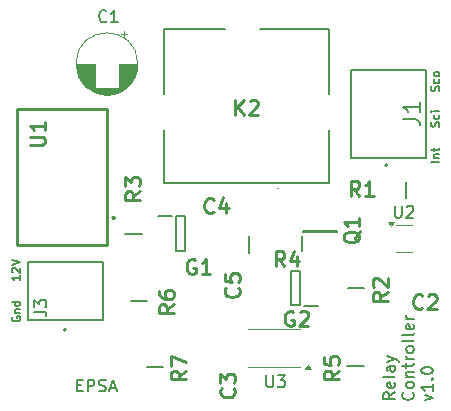
<source format=gbr>
%TF.GenerationSoftware,KiCad,Pcbnew,8.0.2*%
%TF.CreationDate,2024-06-16T16:48:04+02:00*%
%TF.ProjectId,Discharge Controller,44697363-6861-4726-9765-20436f6e7472,rev?*%
%TF.SameCoordinates,Original*%
%TF.FileFunction,Legend,Top*%
%TF.FilePolarity,Positive*%
%FSLAX46Y46*%
G04 Gerber Fmt 4.6, Leading zero omitted, Abs format (unit mm)*
G04 Created by KiCad (PCBNEW 8.0.2) date 2024-06-16 16:48:04*
%MOMM*%
%LPD*%
G01*
G04 APERTURE LIST*
%ADD10C,0.175000*%
%ADD11C,0.150000*%
%ADD12C,0.254000*%
%ADD13C,0.200000*%
%ADD14C,0.053000*%
%ADD15C,0.120000*%
%ADD16C,0.127000*%
G04 APERTURE END LIST*
D10*
X187405233Y-64718202D02*
X186705233Y-64718202D01*
X186938566Y-64384869D02*
X187405233Y-64384869D01*
X187005233Y-64384869D02*
X186971900Y-64351536D01*
X186971900Y-64351536D02*
X186938566Y-64284869D01*
X186938566Y-64284869D02*
X186938566Y-64184869D01*
X186938566Y-64184869D02*
X186971900Y-64118202D01*
X186971900Y-64118202D02*
X187038566Y-64084869D01*
X187038566Y-64084869D02*
X187405233Y-64084869D01*
X186938566Y-63851536D02*
X186938566Y-63584869D01*
X186705233Y-63751536D02*
X187305233Y-63751536D01*
X187305233Y-63751536D02*
X187371900Y-63718203D01*
X187371900Y-63718203D02*
X187405233Y-63651536D01*
X187405233Y-63651536D02*
X187405233Y-63584869D01*
X187371900Y-61751535D02*
X187405233Y-61651535D01*
X187405233Y-61651535D02*
X187405233Y-61484869D01*
X187405233Y-61484869D02*
X187371900Y-61418202D01*
X187371900Y-61418202D02*
X187338566Y-61384869D01*
X187338566Y-61384869D02*
X187271900Y-61351535D01*
X187271900Y-61351535D02*
X187205233Y-61351535D01*
X187205233Y-61351535D02*
X187138566Y-61384869D01*
X187138566Y-61384869D02*
X187105233Y-61418202D01*
X187105233Y-61418202D02*
X187071900Y-61484869D01*
X187071900Y-61484869D02*
X187038566Y-61618202D01*
X187038566Y-61618202D02*
X187005233Y-61684869D01*
X187005233Y-61684869D02*
X186971900Y-61718202D01*
X186971900Y-61718202D02*
X186905233Y-61751535D01*
X186905233Y-61751535D02*
X186838566Y-61751535D01*
X186838566Y-61751535D02*
X186771900Y-61718202D01*
X186771900Y-61718202D02*
X186738566Y-61684869D01*
X186738566Y-61684869D02*
X186705233Y-61618202D01*
X186705233Y-61618202D02*
X186705233Y-61451535D01*
X186705233Y-61451535D02*
X186738566Y-61351535D01*
X187371900Y-60751535D02*
X187405233Y-60818202D01*
X187405233Y-60818202D02*
X187405233Y-60951535D01*
X187405233Y-60951535D02*
X187371900Y-61018202D01*
X187371900Y-61018202D02*
X187338566Y-61051535D01*
X187338566Y-61051535D02*
X187271900Y-61084868D01*
X187271900Y-61084868D02*
X187071900Y-61084868D01*
X187071900Y-61084868D02*
X187005233Y-61051535D01*
X187005233Y-61051535D02*
X186971900Y-61018202D01*
X186971900Y-61018202D02*
X186938566Y-60951535D01*
X186938566Y-60951535D02*
X186938566Y-60818202D01*
X186938566Y-60818202D02*
X186971900Y-60751535D01*
X187405233Y-60451535D02*
X186938566Y-60451535D01*
X186705233Y-60451535D02*
X186738566Y-60484868D01*
X186738566Y-60484868D02*
X186771900Y-60451535D01*
X186771900Y-60451535D02*
X186738566Y-60418202D01*
X186738566Y-60418202D02*
X186705233Y-60451535D01*
X186705233Y-60451535D02*
X186771900Y-60451535D01*
X151905233Y-74351535D02*
X151905233Y-74751535D01*
X151905233Y-74551535D02*
X151205233Y-74551535D01*
X151205233Y-74551535D02*
X151305233Y-74618202D01*
X151305233Y-74618202D02*
X151371900Y-74684869D01*
X151371900Y-74684869D02*
X151405233Y-74751535D01*
X151271900Y-74084868D02*
X151238566Y-74051535D01*
X151238566Y-74051535D02*
X151205233Y-73984868D01*
X151205233Y-73984868D02*
X151205233Y-73818202D01*
X151205233Y-73818202D02*
X151238566Y-73751535D01*
X151238566Y-73751535D02*
X151271900Y-73718202D01*
X151271900Y-73718202D02*
X151338566Y-73684868D01*
X151338566Y-73684868D02*
X151405233Y-73684868D01*
X151405233Y-73684868D02*
X151505233Y-73718202D01*
X151505233Y-73718202D02*
X151905233Y-74118202D01*
X151905233Y-74118202D02*
X151905233Y-73684868D01*
X151205233Y-73484868D02*
X151905233Y-73251535D01*
X151905233Y-73251535D02*
X151205233Y-73018201D01*
X151238566Y-77851535D02*
X151205233Y-77918202D01*
X151205233Y-77918202D02*
X151205233Y-78018202D01*
X151205233Y-78018202D02*
X151238566Y-78118202D01*
X151238566Y-78118202D02*
X151305233Y-78184869D01*
X151305233Y-78184869D02*
X151371900Y-78218202D01*
X151371900Y-78218202D02*
X151505233Y-78251535D01*
X151505233Y-78251535D02*
X151605233Y-78251535D01*
X151605233Y-78251535D02*
X151738566Y-78218202D01*
X151738566Y-78218202D02*
X151805233Y-78184869D01*
X151805233Y-78184869D02*
X151871900Y-78118202D01*
X151871900Y-78118202D02*
X151905233Y-78018202D01*
X151905233Y-78018202D02*
X151905233Y-77951535D01*
X151905233Y-77951535D02*
X151871900Y-77851535D01*
X151871900Y-77851535D02*
X151838566Y-77818202D01*
X151838566Y-77818202D02*
X151605233Y-77818202D01*
X151605233Y-77818202D02*
X151605233Y-77951535D01*
X151438566Y-77518202D02*
X151905233Y-77518202D01*
X151505233Y-77518202D02*
X151471900Y-77484869D01*
X151471900Y-77484869D02*
X151438566Y-77418202D01*
X151438566Y-77418202D02*
X151438566Y-77318202D01*
X151438566Y-77318202D02*
X151471900Y-77251535D01*
X151471900Y-77251535D02*
X151538566Y-77218202D01*
X151538566Y-77218202D02*
X151905233Y-77218202D01*
X151905233Y-76584869D02*
X151205233Y-76584869D01*
X151871900Y-76584869D02*
X151905233Y-76651536D01*
X151905233Y-76651536D02*
X151905233Y-76784869D01*
X151905233Y-76784869D02*
X151871900Y-76851536D01*
X151871900Y-76851536D02*
X151838566Y-76884869D01*
X151838566Y-76884869D02*
X151771900Y-76918202D01*
X151771900Y-76918202D02*
X151571900Y-76918202D01*
X151571900Y-76918202D02*
X151505233Y-76884869D01*
X151505233Y-76884869D02*
X151471900Y-76851536D01*
X151471900Y-76851536D02*
X151438566Y-76784869D01*
X151438566Y-76784869D02*
X151438566Y-76651536D01*
X151438566Y-76651536D02*
X151471900Y-76584869D01*
D11*
X183649931Y-84257992D02*
X183173740Y-84591325D01*
X183649931Y-84829420D02*
X182649931Y-84829420D01*
X182649931Y-84829420D02*
X182649931Y-84448468D01*
X182649931Y-84448468D02*
X182697550Y-84353230D01*
X182697550Y-84353230D02*
X182745169Y-84305611D01*
X182745169Y-84305611D02*
X182840407Y-84257992D01*
X182840407Y-84257992D02*
X182983264Y-84257992D01*
X182983264Y-84257992D02*
X183078502Y-84305611D01*
X183078502Y-84305611D02*
X183126121Y-84353230D01*
X183126121Y-84353230D02*
X183173740Y-84448468D01*
X183173740Y-84448468D02*
X183173740Y-84829420D01*
X183602312Y-83448468D02*
X183649931Y-83543706D01*
X183649931Y-83543706D02*
X183649931Y-83734182D01*
X183649931Y-83734182D02*
X183602312Y-83829420D01*
X183602312Y-83829420D02*
X183507073Y-83877039D01*
X183507073Y-83877039D02*
X183126121Y-83877039D01*
X183126121Y-83877039D02*
X183030883Y-83829420D01*
X183030883Y-83829420D02*
X182983264Y-83734182D01*
X182983264Y-83734182D02*
X182983264Y-83543706D01*
X182983264Y-83543706D02*
X183030883Y-83448468D01*
X183030883Y-83448468D02*
X183126121Y-83400849D01*
X183126121Y-83400849D02*
X183221359Y-83400849D01*
X183221359Y-83400849D02*
X183316597Y-83877039D01*
X183649931Y-82829420D02*
X183602312Y-82924658D01*
X183602312Y-82924658D02*
X183507073Y-82972277D01*
X183507073Y-82972277D02*
X182649931Y-82972277D01*
X183649931Y-82019896D02*
X183126121Y-82019896D01*
X183126121Y-82019896D02*
X183030883Y-82067515D01*
X183030883Y-82067515D02*
X182983264Y-82162753D01*
X182983264Y-82162753D02*
X182983264Y-82353229D01*
X182983264Y-82353229D02*
X183030883Y-82448467D01*
X183602312Y-82019896D02*
X183649931Y-82115134D01*
X183649931Y-82115134D02*
X183649931Y-82353229D01*
X183649931Y-82353229D02*
X183602312Y-82448467D01*
X183602312Y-82448467D02*
X183507073Y-82496086D01*
X183507073Y-82496086D02*
X183411835Y-82496086D01*
X183411835Y-82496086D02*
X183316597Y-82448467D01*
X183316597Y-82448467D02*
X183268978Y-82353229D01*
X183268978Y-82353229D02*
X183268978Y-82115134D01*
X183268978Y-82115134D02*
X183221359Y-82019896D01*
X182983264Y-81638943D02*
X183649931Y-81400848D01*
X182983264Y-81162753D02*
X183649931Y-81400848D01*
X183649931Y-81400848D02*
X183888026Y-81496086D01*
X183888026Y-81496086D02*
X183935645Y-81543705D01*
X183935645Y-81543705D02*
X183983264Y-81638943D01*
X185164636Y-84257992D02*
X185212256Y-84305611D01*
X185212256Y-84305611D02*
X185259875Y-84448468D01*
X185259875Y-84448468D02*
X185259875Y-84543706D01*
X185259875Y-84543706D02*
X185212256Y-84686563D01*
X185212256Y-84686563D02*
X185117017Y-84781801D01*
X185117017Y-84781801D02*
X185021779Y-84829420D01*
X185021779Y-84829420D02*
X184831303Y-84877039D01*
X184831303Y-84877039D02*
X184688446Y-84877039D01*
X184688446Y-84877039D02*
X184497970Y-84829420D01*
X184497970Y-84829420D02*
X184402732Y-84781801D01*
X184402732Y-84781801D02*
X184307494Y-84686563D01*
X184307494Y-84686563D02*
X184259875Y-84543706D01*
X184259875Y-84543706D02*
X184259875Y-84448468D01*
X184259875Y-84448468D02*
X184307494Y-84305611D01*
X184307494Y-84305611D02*
X184355113Y-84257992D01*
X185259875Y-83686563D02*
X185212256Y-83781801D01*
X185212256Y-83781801D02*
X185164636Y-83829420D01*
X185164636Y-83829420D02*
X185069398Y-83877039D01*
X185069398Y-83877039D02*
X184783684Y-83877039D01*
X184783684Y-83877039D02*
X184688446Y-83829420D01*
X184688446Y-83829420D02*
X184640827Y-83781801D01*
X184640827Y-83781801D02*
X184593208Y-83686563D01*
X184593208Y-83686563D02*
X184593208Y-83543706D01*
X184593208Y-83543706D02*
X184640827Y-83448468D01*
X184640827Y-83448468D02*
X184688446Y-83400849D01*
X184688446Y-83400849D02*
X184783684Y-83353230D01*
X184783684Y-83353230D02*
X185069398Y-83353230D01*
X185069398Y-83353230D02*
X185164636Y-83400849D01*
X185164636Y-83400849D02*
X185212256Y-83448468D01*
X185212256Y-83448468D02*
X185259875Y-83543706D01*
X185259875Y-83543706D02*
X185259875Y-83686563D01*
X184593208Y-82924658D02*
X185259875Y-82924658D01*
X184688446Y-82924658D02*
X184640827Y-82877039D01*
X184640827Y-82877039D02*
X184593208Y-82781801D01*
X184593208Y-82781801D02*
X184593208Y-82638944D01*
X184593208Y-82638944D02*
X184640827Y-82543706D01*
X184640827Y-82543706D02*
X184736065Y-82496087D01*
X184736065Y-82496087D02*
X185259875Y-82496087D01*
X184593208Y-82162753D02*
X184593208Y-81781801D01*
X184259875Y-82019896D02*
X185117017Y-82019896D01*
X185117017Y-82019896D02*
X185212256Y-81972277D01*
X185212256Y-81972277D02*
X185259875Y-81877039D01*
X185259875Y-81877039D02*
X185259875Y-81781801D01*
X185259875Y-81448467D02*
X184593208Y-81448467D01*
X184783684Y-81448467D02*
X184688446Y-81400848D01*
X184688446Y-81400848D02*
X184640827Y-81353229D01*
X184640827Y-81353229D02*
X184593208Y-81257991D01*
X184593208Y-81257991D02*
X184593208Y-81162753D01*
X185259875Y-80686562D02*
X185212256Y-80781800D01*
X185212256Y-80781800D02*
X185164636Y-80829419D01*
X185164636Y-80829419D02*
X185069398Y-80877038D01*
X185069398Y-80877038D02*
X184783684Y-80877038D01*
X184783684Y-80877038D02*
X184688446Y-80829419D01*
X184688446Y-80829419D02*
X184640827Y-80781800D01*
X184640827Y-80781800D02*
X184593208Y-80686562D01*
X184593208Y-80686562D02*
X184593208Y-80543705D01*
X184593208Y-80543705D02*
X184640827Y-80448467D01*
X184640827Y-80448467D02*
X184688446Y-80400848D01*
X184688446Y-80400848D02*
X184783684Y-80353229D01*
X184783684Y-80353229D02*
X185069398Y-80353229D01*
X185069398Y-80353229D02*
X185164636Y-80400848D01*
X185164636Y-80400848D02*
X185212256Y-80448467D01*
X185212256Y-80448467D02*
X185259875Y-80543705D01*
X185259875Y-80543705D02*
X185259875Y-80686562D01*
X185259875Y-79781800D02*
X185212256Y-79877038D01*
X185212256Y-79877038D02*
X185117017Y-79924657D01*
X185117017Y-79924657D02*
X184259875Y-79924657D01*
X185259875Y-79257990D02*
X185212256Y-79353228D01*
X185212256Y-79353228D02*
X185117017Y-79400847D01*
X185117017Y-79400847D02*
X184259875Y-79400847D01*
X185212256Y-78496085D02*
X185259875Y-78591323D01*
X185259875Y-78591323D02*
X185259875Y-78781799D01*
X185259875Y-78781799D02*
X185212256Y-78877037D01*
X185212256Y-78877037D02*
X185117017Y-78924656D01*
X185117017Y-78924656D02*
X184736065Y-78924656D01*
X184736065Y-78924656D02*
X184640827Y-78877037D01*
X184640827Y-78877037D02*
X184593208Y-78781799D01*
X184593208Y-78781799D02*
X184593208Y-78591323D01*
X184593208Y-78591323D02*
X184640827Y-78496085D01*
X184640827Y-78496085D02*
X184736065Y-78448466D01*
X184736065Y-78448466D02*
X184831303Y-78448466D01*
X184831303Y-78448466D02*
X184926541Y-78924656D01*
X185259875Y-78019894D02*
X184593208Y-78019894D01*
X184783684Y-78019894D02*
X184688446Y-77972275D01*
X184688446Y-77972275D02*
X184640827Y-77924656D01*
X184640827Y-77924656D02*
X184593208Y-77829418D01*
X184593208Y-77829418D02*
X184593208Y-77734180D01*
X186203152Y-84924658D02*
X186869819Y-84686563D01*
X186869819Y-84686563D02*
X186203152Y-84448468D01*
X186869819Y-83543706D02*
X186869819Y-84115134D01*
X186869819Y-83829420D02*
X185869819Y-83829420D01*
X185869819Y-83829420D02*
X186012676Y-83924658D01*
X186012676Y-83924658D02*
X186107914Y-84019896D01*
X186107914Y-84019896D02*
X186155533Y-84115134D01*
X186774580Y-83115134D02*
X186822200Y-83067515D01*
X186822200Y-83067515D02*
X186869819Y-83115134D01*
X186869819Y-83115134D02*
X186822200Y-83162753D01*
X186822200Y-83162753D02*
X186774580Y-83115134D01*
X186774580Y-83115134D02*
X186869819Y-83115134D01*
X185869819Y-82448468D02*
X185869819Y-82353230D01*
X185869819Y-82353230D02*
X185917438Y-82257992D01*
X185917438Y-82257992D02*
X185965057Y-82210373D01*
X185965057Y-82210373D02*
X186060295Y-82162754D01*
X186060295Y-82162754D02*
X186250771Y-82115135D01*
X186250771Y-82115135D02*
X186488866Y-82115135D01*
X186488866Y-82115135D02*
X186679342Y-82162754D01*
X186679342Y-82162754D02*
X186774580Y-82210373D01*
X186774580Y-82210373D02*
X186822200Y-82257992D01*
X186822200Y-82257992D02*
X186869819Y-82353230D01*
X186869819Y-82353230D02*
X186869819Y-82448468D01*
X186869819Y-82448468D02*
X186822200Y-82543706D01*
X186822200Y-82543706D02*
X186774580Y-82591325D01*
X186774580Y-82591325D02*
X186679342Y-82638944D01*
X186679342Y-82638944D02*
X186488866Y-82686563D01*
X186488866Y-82686563D02*
X186250771Y-82686563D01*
X186250771Y-82686563D02*
X186060295Y-82638944D01*
X186060295Y-82638944D02*
X185965057Y-82591325D01*
X185965057Y-82591325D02*
X185917438Y-82543706D01*
X185917438Y-82543706D02*
X185869819Y-82448468D01*
X156724579Y-83648609D02*
X157057912Y-83648609D01*
X157200769Y-84172419D02*
X156724579Y-84172419D01*
X156724579Y-84172419D02*
X156724579Y-83172419D01*
X156724579Y-83172419D02*
X157200769Y-83172419D01*
X157629341Y-84172419D02*
X157629341Y-83172419D01*
X157629341Y-83172419D02*
X158010293Y-83172419D01*
X158010293Y-83172419D02*
X158105531Y-83220038D01*
X158105531Y-83220038D02*
X158153150Y-83267657D01*
X158153150Y-83267657D02*
X158200769Y-83362895D01*
X158200769Y-83362895D02*
X158200769Y-83505752D01*
X158200769Y-83505752D02*
X158153150Y-83600990D01*
X158153150Y-83600990D02*
X158105531Y-83648609D01*
X158105531Y-83648609D02*
X158010293Y-83696228D01*
X158010293Y-83696228D02*
X157629341Y-83696228D01*
X158581722Y-84124800D02*
X158724579Y-84172419D01*
X158724579Y-84172419D02*
X158962674Y-84172419D01*
X158962674Y-84172419D02*
X159057912Y-84124800D01*
X159057912Y-84124800D02*
X159105531Y-84077180D01*
X159105531Y-84077180D02*
X159153150Y-83981942D01*
X159153150Y-83981942D02*
X159153150Y-83886704D01*
X159153150Y-83886704D02*
X159105531Y-83791466D01*
X159105531Y-83791466D02*
X159057912Y-83743847D01*
X159057912Y-83743847D02*
X158962674Y-83696228D01*
X158962674Y-83696228D02*
X158772198Y-83648609D01*
X158772198Y-83648609D02*
X158676960Y-83600990D01*
X158676960Y-83600990D02*
X158629341Y-83553371D01*
X158629341Y-83553371D02*
X158581722Y-83458133D01*
X158581722Y-83458133D02*
X158581722Y-83362895D01*
X158581722Y-83362895D02*
X158629341Y-83267657D01*
X158629341Y-83267657D02*
X158676960Y-83220038D01*
X158676960Y-83220038D02*
X158772198Y-83172419D01*
X158772198Y-83172419D02*
X159010293Y-83172419D01*
X159010293Y-83172419D02*
X159153150Y-83220038D01*
X159534103Y-83886704D02*
X160010293Y-83886704D01*
X159438865Y-84172419D02*
X159772198Y-83172419D01*
X159772198Y-83172419D02*
X160105531Y-84172419D01*
D10*
X187371900Y-58751535D02*
X187405233Y-58651535D01*
X187405233Y-58651535D02*
X187405233Y-58484869D01*
X187405233Y-58484869D02*
X187371900Y-58418202D01*
X187371900Y-58418202D02*
X187338566Y-58384869D01*
X187338566Y-58384869D02*
X187271900Y-58351535D01*
X187271900Y-58351535D02*
X187205233Y-58351535D01*
X187205233Y-58351535D02*
X187138566Y-58384869D01*
X187138566Y-58384869D02*
X187105233Y-58418202D01*
X187105233Y-58418202D02*
X187071900Y-58484869D01*
X187071900Y-58484869D02*
X187038566Y-58618202D01*
X187038566Y-58618202D02*
X187005233Y-58684869D01*
X187005233Y-58684869D02*
X186971900Y-58718202D01*
X186971900Y-58718202D02*
X186905233Y-58751535D01*
X186905233Y-58751535D02*
X186838566Y-58751535D01*
X186838566Y-58751535D02*
X186771900Y-58718202D01*
X186771900Y-58718202D02*
X186738566Y-58684869D01*
X186738566Y-58684869D02*
X186705233Y-58618202D01*
X186705233Y-58618202D02*
X186705233Y-58451535D01*
X186705233Y-58451535D02*
X186738566Y-58351535D01*
X187371900Y-57751535D02*
X187405233Y-57818202D01*
X187405233Y-57818202D02*
X187405233Y-57951535D01*
X187405233Y-57951535D02*
X187371900Y-58018202D01*
X187371900Y-58018202D02*
X187338566Y-58051535D01*
X187338566Y-58051535D02*
X187271900Y-58084868D01*
X187271900Y-58084868D02*
X187071900Y-58084868D01*
X187071900Y-58084868D02*
X187005233Y-58051535D01*
X187005233Y-58051535D02*
X186971900Y-58018202D01*
X186971900Y-58018202D02*
X186938566Y-57951535D01*
X186938566Y-57951535D02*
X186938566Y-57818202D01*
X186938566Y-57818202D02*
X186971900Y-57751535D01*
X187405233Y-57351535D02*
X187371900Y-57418202D01*
X187371900Y-57418202D02*
X187338566Y-57451535D01*
X187338566Y-57451535D02*
X187271900Y-57484868D01*
X187271900Y-57484868D02*
X187071900Y-57484868D01*
X187071900Y-57484868D02*
X187005233Y-57451535D01*
X187005233Y-57451535D02*
X186971900Y-57418202D01*
X186971900Y-57418202D02*
X186938566Y-57351535D01*
X186938566Y-57351535D02*
X186938566Y-57251535D01*
X186938566Y-57251535D02*
X186971900Y-57184868D01*
X186971900Y-57184868D02*
X187005233Y-57151535D01*
X187005233Y-57151535D02*
X187071900Y-57118202D01*
X187071900Y-57118202D02*
X187271900Y-57118202D01*
X187271900Y-57118202D02*
X187338566Y-57151535D01*
X187338566Y-57151535D02*
X187371900Y-57184868D01*
X187371900Y-57184868D02*
X187405233Y-57251535D01*
X187405233Y-57251535D02*
X187405233Y-57351535D01*
D12*
X180636333Y-67630318D02*
X180212999Y-67025556D01*
X179910618Y-67630318D02*
X179910618Y-66360318D01*
X179910618Y-66360318D02*
X180394428Y-66360318D01*
X180394428Y-66360318D02*
X180515380Y-66420794D01*
X180515380Y-66420794D02*
X180575857Y-66481270D01*
X180575857Y-66481270D02*
X180636333Y-66602222D01*
X180636333Y-66602222D02*
X180636333Y-66783651D01*
X180636333Y-66783651D02*
X180575857Y-66904603D01*
X180575857Y-66904603D02*
X180515380Y-66965080D01*
X180515380Y-66965080D02*
X180394428Y-67025556D01*
X180394428Y-67025556D02*
X179910618Y-67025556D01*
X181845857Y-67630318D02*
X181120142Y-67630318D01*
X181482999Y-67630318D02*
X181482999Y-66360318D01*
X181482999Y-66360318D02*
X181362047Y-66541746D01*
X181362047Y-66541746D02*
X181241095Y-66662699D01*
X181241095Y-66662699D02*
X181120142Y-66723175D01*
X170132118Y-60772818D02*
X170132118Y-59502818D01*
X170857833Y-60772818D02*
X170313547Y-60047103D01*
X170857833Y-59502818D02*
X170132118Y-60228532D01*
X171341642Y-59623770D02*
X171402118Y-59563294D01*
X171402118Y-59563294D02*
X171523071Y-59502818D01*
X171523071Y-59502818D02*
X171825452Y-59502818D01*
X171825452Y-59502818D02*
X171946404Y-59563294D01*
X171946404Y-59563294D02*
X172006880Y-59623770D01*
X172006880Y-59623770D02*
X172067357Y-59744722D01*
X172067357Y-59744722D02*
X172067357Y-59865675D01*
X172067357Y-59865675D02*
X172006880Y-60047103D01*
X172006880Y-60047103D02*
X171281166Y-60772818D01*
X171281166Y-60772818D02*
X172067357Y-60772818D01*
X170379365Y-75395666D02*
X170439842Y-75456142D01*
X170439842Y-75456142D02*
X170500318Y-75637571D01*
X170500318Y-75637571D02*
X170500318Y-75758523D01*
X170500318Y-75758523D02*
X170439842Y-75939952D01*
X170439842Y-75939952D02*
X170318889Y-76060904D01*
X170318889Y-76060904D02*
X170197937Y-76121381D01*
X170197937Y-76121381D02*
X169956032Y-76181857D01*
X169956032Y-76181857D02*
X169774603Y-76181857D01*
X169774603Y-76181857D02*
X169532699Y-76121381D01*
X169532699Y-76121381D02*
X169411746Y-76060904D01*
X169411746Y-76060904D02*
X169290794Y-75939952D01*
X169290794Y-75939952D02*
X169230318Y-75758523D01*
X169230318Y-75758523D02*
X169230318Y-75637571D01*
X169230318Y-75637571D02*
X169290794Y-75456142D01*
X169290794Y-75456142D02*
X169351270Y-75395666D01*
X169230318Y-74246619D02*
X169230318Y-74851381D01*
X169230318Y-74851381D02*
X169835080Y-74911857D01*
X169835080Y-74911857D02*
X169774603Y-74851381D01*
X169774603Y-74851381D02*
X169714127Y-74730428D01*
X169714127Y-74730428D02*
X169714127Y-74428047D01*
X169714127Y-74428047D02*
X169774603Y-74307095D01*
X169774603Y-74307095D02*
X169835080Y-74246619D01*
X169835080Y-74246619D02*
X169956032Y-74186142D01*
X169956032Y-74186142D02*
X170258413Y-74186142D01*
X170258413Y-74186142D02*
X170379365Y-74246619D01*
X170379365Y-74246619D02*
X170439842Y-74307095D01*
X170439842Y-74307095D02*
X170500318Y-74428047D01*
X170500318Y-74428047D02*
X170500318Y-74730428D01*
X170500318Y-74730428D02*
X170439842Y-74851381D01*
X170439842Y-74851381D02*
X170379365Y-74911857D01*
D11*
X172770895Y-82817619D02*
X172770895Y-83627142D01*
X172770895Y-83627142D02*
X172818514Y-83722380D01*
X172818514Y-83722380D02*
X172866133Y-83770000D01*
X172866133Y-83770000D02*
X172961371Y-83817619D01*
X172961371Y-83817619D02*
X173151847Y-83817619D01*
X173151847Y-83817619D02*
X173247085Y-83770000D01*
X173247085Y-83770000D02*
X173294704Y-83722380D01*
X173294704Y-83722380D02*
X173342323Y-83627142D01*
X173342323Y-83627142D02*
X173342323Y-82817619D01*
X173723276Y-82817619D02*
X174342323Y-82817619D01*
X174342323Y-82817619D02*
X174008990Y-83198571D01*
X174008990Y-83198571D02*
X174151847Y-83198571D01*
X174151847Y-83198571D02*
X174247085Y-83246190D01*
X174247085Y-83246190D02*
X174294704Y-83293809D01*
X174294704Y-83293809D02*
X174342323Y-83389047D01*
X174342323Y-83389047D02*
X174342323Y-83627142D01*
X174342323Y-83627142D02*
X174294704Y-83722380D01*
X174294704Y-83722380D02*
X174247085Y-83770000D01*
X174247085Y-83770000D02*
X174151847Y-83817619D01*
X174151847Y-83817619D02*
X173866133Y-83817619D01*
X173866133Y-83817619D02*
X173770895Y-83770000D01*
X173770895Y-83770000D02*
X173723276Y-83722380D01*
D12*
X175038657Y-77418994D02*
X174917704Y-77358518D01*
X174917704Y-77358518D02*
X174736276Y-77358518D01*
X174736276Y-77358518D02*
X174554847Y-77418994D01*
X174554847Y-77418994D02*
X174433895Y-77539946D01*
X174433895Y-77539946D02*
X174373418Y-77660899D01*
X174373418Y-77660899D02*
X174312942Y-77902803D01*
X174312942Y-77902803D02*
X174312942Y-78084232D01*
X174312942Y-78084232D02*
X174373418Y-78326137D01*
X174373418Y-78326137D02*
X174433895Y-78447089D01*
X174433895Y-78447089D02*
X174554847Y-78568042D01*
X174554847Y-78568042D02*
X174736276Y-78628518D01*
X174736276Y-78628518D02*
X174857228Y-78628518D01*
X174857228Y-78628518D02*
X175038657Y-78568042D01*
X175038657Y-78568042D02*
X175099133Y-78507565D01*
X175099133Y-78507565D02*
X175099133Y-78084232D01*
X175099133Y-78084232D02*
X174857228Y-78084232D01*
X175582942Y-77479470D02*
X175643418Y-77418994D01*
X175643418Y-77418994D02*
X175764371Y-77358518D01*
X175764371Y-77358518D02*
X176066752Y-77358518D01*
X176066752Y-77358518D02*
X176187704Y-77418994D01*
X176187704Y-77418994D02*
X176248180Y-77479470D01*
X176248180Y-77479470D02*
X176308657Y-77600422D01*
X176308657Y-77600422D02*
X176308657Y-77721375D01*
X176308657Y-77721375D02*
X176248180Y-77902803D01*
X176248180Y-77902803D02*
X175522466Y-78628518D01*
X175522466Y-78628518D02*
X176308657Y-78628518D01*
X164937718Y-76792666D02*
X164332956Y-77216000D01*
X164937718Y-77518381D02*
X163667718Y-77518381D01*
X163667718Y-77518381D02*
X163667718Y-77034571D01*
X163667718Y-77034571D02*
X163728194Y-76913619D01*
X163728194Y-76913619D02*
X163788670Y-76853142D01*
X163788670Y-76853142D02*
X163909622Y-76792666D01*
X163909622Y-76792666D02*
X164091051Y-76792666D01*
X164091051Y-76792666D02*
X164212003Y-76853142D01*
X164212003Y-76853142D02*
X164272480Y-76913619D01*
X164272480Y-76913619D02*
X164332956Y-77034571D01*
X164332956Y-77034571D02*
X164332956Y-77518381D01*
X163667718Y-75704095D02*
X163667718Y-75946000D01*
X163667718Y-75946000D02*
X163728194Y-76066952D01*
X163728194Y-76066952D02*
X163788670Y-76127428D01*
X163788670Y-76127428D02*
X163970099Y-76248381D01*
X163970099Y-76248381D02*
X164212003Y-76308857D01*
X164212003Y-76308857D02*
X164695813Y-76308857D01*
X164695813Y-76308857D02*
X164816765Y-76248381D01*
X164816765Y-76248381D02*
X164877242Y-76187904D01*
X164877242Y-76187904D02*
X164937718Y-76066952D01*
X164937718Y-76066952D02*
X164937718Y-75825047D01*
X164937718Y-75825047D02*
X164877242Y-75704095D01*
X164877242Y-75704095D02*
X164816765Y-75643619D01*
X164816765Y-75643619D02*
X164695813Y-75583142D01*
X164695813Y-75583142D02*
X164393432Y-75583142D01*
X164393432Y-75583142D02*
X164272480Y-75643619D01*
X164272480Y-75643619D02*
X164212003Y-75704095D01*
X164212003Y-75704095D02*
X164151527Y-75825047D01*
X164151527Y-75825047D02*
X164151527Y-76066952D01*
X164151527Y-76066952D02*
X164212003Y-76187904D01*
X164212003Y-76187904D02*
X164272480Y-76248381D01*
X164272480Y-76248381D02*
X164393432Y-76308857D01*
X183022518Y-75776666D02*
X182417756Y-76200000D01*
X183022518Y-76502381D02*
X181752518Y-76502381D01*
X181752518Y-76502381D02*
X181752518Y-76018571D01*
X181752518Y-76018571D02*
X181812994Y-75897619D01*
X181812994Y-75897619D02*
X181873470Y-75837142D01*
X181873470Y-75837142D02*
X181994422Y-75776666D01*
X181994422Y-75776666D02*
X182175851Y-75776666D01*
X182175851Y-75776666D02*
X182296803Y-75837142D01*
X182296803Y-75837142D02*
X182357280Y-75897619D01*
X182357280Y-75897619D02*
X182417756Y-76018571D01*
X182417756Y-76018571D02*
X182417756Y-76502381D01*
X181873470Y-75292857D02*
X181812994Y-75232381D01*
X181812994Y-75232381D02*
X181752518Y-75111428D01*
X181752518Y-75111428D02*
X181752518Y-74809047D01*
X181752518Y-74809047D02*
X181812994Y-74688095D01*
X181812994Y-74688095D02*
X181873470Y-74627619D01*
X181873470Y-74627619D02*
X181994422Y-74567142D01*
X181994422Y-74567142D02*
X182115375Y-74567142D01*
X182115375Y-74567142D02*
X182296803Y-74627619D01*
X182296803Y-74627619D02*
X183022518Y-75353333D01*
X183022518Y-75353333D02*
X183022518Y-74567142D01*
X180695270Y-70620952D02*
X180634794Y-70741904D01*
X180634794Y-70741904D02*
X180513842Y-70862857D01*
X180513842Y-70862857D02*
X180332413Y-71044285D01*
X180332413Y-71044285D02*
X180271937Y-71165238D01*
X180271937Y-71165238D02*
X180271937Y-71286190D01*
X180574318Y-71225714D02*
X180513842Y-71346666D01*
X180513842Y-71346666D02*
X180392889Y-71467619D01*
X180392889Y-71467619D02*
X180150984Y-71528095D01*
X180150984Y-71528095D02*
X179727651Y-71528095D01*
X179727651Y-71528095D02*
X179485746Y-71467619D01*
X179485746Y-71467619D02*
X179364794Y-71346666D01*
X179364794Y-71346666D02*
X179304318Y-71225714D01*
X179304318Y-71225714D02*
X179304318Y-70983809D01*
X179304318Y-70983809D02*
X179364794Y-70862857D01*
X179364794Y-70862857D02*
X179485746Y-70741904D01*
X179485746Y-70741904D02*
X179727651Y-70681428D01*
X179727651Y-70681428D02*
X180150984Y-70681428D01*
X180150984Y-70681428D02*
X180392889Y-70741904D01*
X180392889Y-70741904D02*
X180513842Y-70862857D01*
X180513842Y-70862857D02*
X180574318Y-70983809D01*
X180574318Y-70983809D02*
X180574318Y-71225714D01*
X180574318Y-69471904D02*
X180574318Y-70197619D01*
X180574318Y-69834762D02*
X179304318Y-69834762D01*
X179304318Y-69834762D02*
X179485746Y-69955714D01*
X179485746Y-69955714D02*
X179606699Y-70076666D01*
X179606699Y-70076666D02*
X179667175Y-70197619D01*
X185970333Y-77085165D02*
X185909857Y-77145642D01*
X185909857Y-77145642D02*
X185728428Y-77206118D01*
X185728428Y-77206118D02*
X185607476Y-77206118D01*
X185607476Y-77206118D02*
X185426047Y-77145642D01*
X185426047Y-77145642D02*
X185305095Y-77024689D01*
X185305095Y-77024689D02*
X185244618Y-76903737D01*
X185244618Y-76903737D02*
X185184142Y-76661832D01*
X185184142Y-76661832D02*
X185184142Y-76480403D01*
X185184142Y-76480403D02*
X185244618Y-76238499D01*
X185244618Y-76238499D02*
X185305095Y-76117546D01*
X185305095Y-76117546D02*
X185426047Y-75996594D01*
X185426047Y-75996594D02*
X185607476Y-75936118D01*
X185607476Y-75936118D02*
X185728428Y-75936118D01*
X185728428Y-75936118D02*
X185909857Y-75996594D01*
X185909857Y-75996594D02*
X185970333Y-76057070D01*
X186454142Y-76057070D02*
X186514618Y-75996594D01*
X186514618Y-75996594D02*
X186635571Y-75936118D01*
X186635571Y-75936118D02*
X186937952Y-75936118D01*
X186937952Y-75936118D02*
X187058904Y-75996594D01*
X187058904Y-75996594D02*
X187119380Y-76057070D01*
X187119380Y-76057070D02*
X187179857Y-76178022D01*
X187179857Y-76178022D02*
X187179857Y-76298975D01*
X187179857Y-76298975D02*
X187119380Y-76480403D01*
X187119380Y-76480403D02*
X186393666Y-77206118D01*
X186393666Y-77206118D02*
X187179857Y-77206118D01*
D11*
X184351866Y-61096466D02*
X185351866Y-61096466D01*
X185351866Y-61096466D02*
X185551866Y-61163133D01*
X185551866Y-61163133D02*
X185685200Y-61296466D01*
X185685200Y-61296466D02*
X185751866Y-61496466D01*
X185751866Y-61496466D02*
X185751866Y-61629800D01*
X185751866Y-59696466D02*
X185751866Y-60496466D01*
X185751866Y-60096466D02*
X184351866Y-60096466D01*
X184351866Y-60096466D02*
X184551866Y-60229799D01*
X184551866Y-60229799D02*
X184685200Y-60363133D01*
X184685200Y-60363133D02*
X184751866Y-60496466D01*
X153124819Y-77422333D02*
X153839104Y-77422333D01*
X153839104Y-77422333D02*
X153981961Y-77469952D01*
X153981961Y-77469952D02*
X154077200Y-77565190D01*
X154077200Y-77565190D02*
X154124819Y-77708047D01*
X154124819Y-77708047D02*
X154124819Y-77803285D01*
X153124819Y-77041380D02*
X153124819Y-76422333D01*
X153124819Y-76422333D02*
X153505771Y-76755666D01*
X153505771Y-76755666D02*
X153505771Y-76612809D01*
X153505771Y-76612809D02*
X153553390Y-76517571D01*
X153553390Y-76517571D02*
X153601009Y-76469952D01*
X153601009Y-76469952D02*
X153696247Y-76422333D01*
X153696247Y-76422333D02*
X153934342Y-76422333D01*
X153934342Y-76422333D02*
X154029580Y-76469952D01*
X154029580Y-76469952D02*
X154077200Y-76517571D01*
X154077200Y-76517571D02*
X154124819Y-76612809D01*
X154124819Y-76612809D02*
X154124819Y-76898523D01*
X154124819Y-76898523D02*
X154077200Y-76993761D01*
X154077200Y-76993761D02*
X154029580Y-77041380D01*
D12*
X169998365Y-83879266D02*
X170058842Y-83939742D01*
X170058842Y-83939742D02*
X170119318Y-84121171D01*
X170119318Y-84121171D02*
X170119318Y-84242123D01*
X170119318Y-84242123D02*
X170058842Y-84423552D01*
X170058842Y-84423552D02*
X169937889Y-84544504D01*
X169937889Y-84544504D02*
X169816937Y-84604981D01*
X169816937Y-84604981D02*
X169575032Y-84665457D01*
X169575032Y-84665457D02*
X169393603Y-84665457D01*
X169393603Y-84665457D02*
X169151699Y-84604981D01*
X169151699Y-84604981D02*
X169030746Y-84544504D01*
X169030746Y-84544504D02*
X168909794Y-84423552D01*
X168909794Y-84423552D02*
X168849318Y-84242123D01*
X168849318Y-84242123D02*
X168849318Y-84121171D01*
X168849318Y-84121171D02*
X168909794Y-83939742D01*
X168909794Y-83939742D02*
X168970270Y-83879266D01*
X168849318Y-83455933D02*
X168849318Y-82669742D01*
X168849318Y-82669742D02*
X169333127Y-83093076D01*
X169333127Y-83093076D02*
X169333127Y-82911647D01*
X169333127Y-82911647D02*
X169393603Y-82790695D01*
X169393603Y-82790695D02*
X169454080Y-82730219D01*
X169454080Y-82730219D02*
X169575032Y-82669742D01*
X169575032Y-82669742D02*
X169877413Y-82669742D01*
X169877413Y-82669742D02*
X169998365Y-82730219D01*
X169998365Y-82730219D02*
X170058842Y-82790695D01*
X170058842Y-82790695D02*
X170119318Y-82911647D01*
X170119318Y-82911647D02*
X170119318Y-83274504D01*
X170119318Y-83274504D02*
X170058842Y-83395457D01*
X170058842Y-83395457D02*
X169998365Y-83455933D01*
X168288333Y-68953365D02*
X168227857Y-69013842D01*
X168227857Y-69013842D02*
X168046428Y-69074318D01*
X168046428Y-69074318D02*
X167925476Y-69074318D01*
X167925476Y-69074318D02*
X167744047Y-69013842D01*
X167744047Y-69013842D02*
X167623095Y-68892889D01*
X167623095Y-68892889D02*
X167562618Y-68771937D01*
X167562618Y-68771937D02*
X167502142Y-68530032D01*
X167502142Y-68530032D02*
X167502142Y-68348603D01*
X167502142Y-68348603D02*
X167562618Y-68106699D01*
X167562618Y-68106699D02*
X167623095Y-67985746D01*
X167623095Y-67985746D02*
X167744047Y-67864794D01*
X167744047Y-67864794D02*
X167925476Y-67804318D01*
X167925476Y-67804318D02*
X168046428Y-67804318D01*
X168046428Y-67804318D02*
X168227857Y-67864794D01*
X168227857Y-67864794D02*
X168288333Y-67925270D01*
X169376904Y-68227651D02*
X169376904Y-69074318D01*
X169074523Y-67743842D02*
X168772142Y-68650984D01*
X168772142Y-68650984D02*
X169558333Y-68650984D01*
X166727857Y-73024794D02*
X166606904Y-72964318D01*
X166606904Y-72964318D02*
X166425476Y-72964318D01*
X166425476Y-72964318D02*
X166244047Y-73024794D01*
X166244047Y-73024794D02*
X166123095Y-73145746D01*
X166123095Y-73145746D02*
X166062618Y-73266699D01*
X166062618Y-73266699D02*
X166002142Y-73508603D01*
X166002142Y-73508603D02*
X166002142Y-73690032D01*
X166002142Y-73690032D02*
X166062618Y-73931937D01*
X166062618Y-73931937D02*
X166123095Y-74052889D01*
X166123095Y-74052889D02*
X166244047Y-74173842D01*
X166244047Y-74173842D02*
X166425476Y-74234318D01*
X166425476Y-74234318D02*
X166546428Y-74234318D01*
X166546428Y-74234318D02*
X166727857Y-74173842D01*
X166727857Y-74173842D02*
X166788333Y-74113365D01*
X166788333Y-74113365D02*
X166788333Y-73690032D01*
X166788333Y-73690032D02*
X166546428Y-73690032D01*
X167997857Y-74234318D02*
X167272142Y-74234318D01*
X167634999Y-74234318D02*
X167634999Y-72964318D01*
X167634999Y-72964318D02*
X167514047Y-73145746D01*
X167514047Y-73145746D02*
X167393095Y-73266699D01*
X167393095Y-73266699D02*
X167272142Y-73327175D01*
X174288333Y-73574318D02*
X173864999Y-72969556D01*
X173562618Y-73574318D02*
X173562618Y-72304318D01*
X173562618Y-72304318D02*
X174046428Y-72304318D01*
X174046428Y-72304318D02*
X174167380Y-72364794D01*
X174167380Y-72364794D02*
X174227857Y-72425270D01*
X174227857Y-72425270D02*
X174288333Y-72546222D01*
X174288333Y-72546222D02*
X174288333Y-72727651D01*
X174288333Y-72727651D02*
X174227857Y-72848603D01*
X174227857Y-72848603D02*
X174167380Y-72909080D01*
X174167380Y-72909080D02*
X174046428Y-72969556D01*
X174046428Y-72969556D02*
X173562618Y-72969556D01*
X175376904Y-72727651D02*
X175376904Y-73574318D01*
X175074523Y-72243842D02*
X174772142Y-73150984D01*
X174772142Y-73150984D02*
X175558333Y-73150984D01*
X178907718Y-82406066D02*
X178302956Y-82829400D01*
X178907718Y-83131781D02*
X177637718Y-83131781D01*
X177637718Y-83131781D02*
X177637718Y-82647971D01*
X177637718Y-82647971D02*
X177698194Y-82527019D01*
X177698194Y-82527019D02*
X177758670Y-82466542D01*
X177758670Y-82466542D02*
X177879622Y-82406066D01*
X177879622Y-82406066D02*
X178061051Y-82406066D01*
X178061051Y-82406066D02*
X178182003Y-82466542D01*
X178182003Y-82466542D02*
X178242480Y-82527019D01*
X178242480Y-82527019D02*
X178302956Y-82647971D01*
X178302956Y-82647971D02*
X178302956Y-83131781D01*
X177637718Y-81257019D02*
X177637718Y-81861781D01*
X177637718Y-81861781D02*
X178242480Y-81922257D01*
X178242480Y-81922257D02*
X178182003Y-81861781D01*
X178182003Y-81861781D02*
X178121527Y-81740828D01*
X178121527Y-81740828D02*
X178121527Y-81438447D01*
X178121527Y-81438447D02*
X178182003Y-81317495D01*
X178182003Y-81317495D02*
X178242480Y-81257019D01*
X178242480Y-81257019D02*
X178363432Y-81196542D01*
X178363432Y-81196542D02*
X178665813Y-81196542D01*
X178665813Y-81196542D02*
X178786765Y-81257019D01*
X178786765Y-81257019D02*
X178847242Y-81317495D01*
X178847242Y-81317495D02*
X178907718Y-81438447D01*
X178907718Y-81438447D02*
X178907718Y-81740828D01*
X178907718Y-81740828D02*
X178847242Y-81861781D01*
X178847242Y-81861781D02*
X178786765Y-81922257D01*
X165928318Y-82431466D02*
X165323556Y-82854800D01*
X165928318Y-83157181D02*
X164658318Y-83157181D01*
X164658318Y-83157181D02*
X164658318Y-82673371D01*
X164658318Y-82673371D02*
X164718794Y-82552419D01*
X164718794Y-82552419D02*
X164779270Y-82491942D01*
X164779270Y-82491942D02*
X164900222Y-82431466D01*
X164900222Y-82431466D02*
X165081651Y-82431466D01*
X165081651Y-82431466D02*
X165202603Y-82491942D01*
X165202603Y-82491942D02*
X165263080Y-82552419D01*
X165263080Y-82552419D02*
X165323556Y-82673371D01*
X165323556Y-82673371D02*
X165323556Y-83157181D01*
X164658318Y-82008133D02*
X164658318Y-81161466D01*
X164658318Y-81161466D02*
X165928318Y-81705752D01*
X152720318Y-63324619D02*
X153748413Y-63324619D01*
X153748413Y-63324619D02*
X153869365Y-63264142D01*
X153869365Y-63264142D02*
X153929842Y-63203666D01*
X153929842Y-63203666D02*
X153990318Y-63082714D01*
X153990318Y-63082714D02*
X153990318Y-62840809D01*
X153990318Y-62840809D02*
X153929842Y-62719857D01*
X153929842Y-62719857D02*
X153869365Y-62659380D01*
X153869365Y-62659380D02*
X153748413Y-62598904D01*
X153748413Y-62598904D02*
X152720318Y-62598904D01*
X153990318Y-61328904D02*
X153990318Y-62054619D01*
X153990318Y-61691762D02*
X152720318Y-61691762D01*
X152720318Y-61691762D02*
X152901746Y-61812714D01*
X152901746Y-61812714D02*
X153022699Y-61933666D01*
X153022699Y-61933666D02*
X153083175Y-62054619D01*
X162074318Y-67211666D02*
X161469556Y-67635000D01*
X162074318Y-67937381D02*
X160804318Y-67937381D01*
X160804318Y-67937381D02*
X160804318Y-67453571D01*
X160804318Y-67453571D02*
X160864794Y-67332619D01*
X160864794Y-67332619D02*
X160925270Y-67272142D01*
X160925270Y-67272142D02*
X161046222Y-67211666D01*
X161046222Y-67211666D02*
X161227651Y-67211666D01*
X161227651Y-67211666D02*
X161348603Y-67272142D01*
X161348603Y-67272142D02*
X161409080Y-67332619D01*
X161409080Y-67332619D02*
X161469556Y-67453571D01*
X161469556Y-67453571D02*
X161469556Y-67937381D01*
X160804318Y-66788333D02*
X160804318Y-66002142D01*
X160804318Y-66002142D02*
X161288127Y-66425476D01*
X161288127Y-66425476D02*
X161288127Y-66244047D01*
X161288127Y-66244047D02*
X161348603Y-66123095D01*
X161348603Y-66123095D02*
X161409080Y-66062619D01*
X161409080Y-66062619D02*
X161530032Y-66002142D01*
X161530032Y-66002142D02*
X161832413Y-66002142D01*
X161832413Y-66002142D02*
X161953365Y-66062619D01*
X161953365Y-66062619D02*
X162013842Y-66123095D01*
X162013842Y-66123095D02*
X162074318Y-66244047D01*
X162074318Y-66244047D02*
X162074318Y-66606904D01*
X162074318Y-66606904D02*
X162013842Y-66727857D01*
X162013842Y-66727857D02*
X161953365Y-66788333D01*
D11*
X183642095Y-68451819D02*
X183642095Y-69261342D01*
X183642095Y-69261342D02*
X183689714Y-69356580D01*
X183689714Y-69356580D02*
X183737333Y-69404200D01*
X183737333Y-69404200D02*
X183832571Y-69451819D01*
X183832571Y-69451819D02*
X184023047Y-69451819D01*
X184023047Y-69451819D02*
X184118285Y-69404200D01*
X184118285Y-69404200D02*
X184165904Y-69356580D01*
X184165904Y-69356580D02*
X184213523Y-69261342D01*
X184213523Y-69261342D02*
X184213523Y-68451819D01*
X184642095Y-68547057D02*
X184689714Y-68499438D01*
X184689714Y-68499438D02*
X184784952Y-68451819D01*
X184784952Y-68451819D02*
X185023047Y-68451819D01*
X185023047Y-68451819D02*
X185118285Y-68499438D01*
X185118285Y-68499438D02*
X185165904Y-68547057D01*
X185165904Y-68547057D02*
X185213523Y-68642295D01*
X185213523Y-68642295D02*
X185213523Y-68737533D01*
X185213523Y-68737533D02*
X185165904Y-68880390D01*
X185165904Y-68880390D02*
X184594476Y-69451819D01*
X184594476Y-69451819D02*
X185213523Y-69451819D01*
X159218335Y-52810580D02*
X159170716Y-52858200D01*
X159170716Y-52858200D02*
X159027859Y-52905819D01*
X159027859Y-52905819D02*
X158932621Y-52905819D01*
X158932621Y-52905819D02*
X158789764Y-52858200D01*
X158789764Y-52858200D02*
X158694526Y-52762961D01*
X158694526Y-52762961D02*
X158646907Y-52667723D01*
X158646907Y-52667723D02*
X158599288Y-52477247D01*
X158599288Y-52477247D02*
X158599288Y-52334390D01*
X158599288Y-52334390D02*
X158646907Y-52143914D01*
X158646907Y-52143914D02*
X158694526Y-52048676D01*
X158694526Y-52048676D02*
X158789764Y-51953438D01*
X158789764Y-51953438D02*
X158932621Y-51905819D01*
X158932621Y-51905819D02*
X159027859Y-51905819D01*
X159027859Y-51905819D02*
X159170716Y-51953438D01*
X159170716Y-51953438D02*
X159218335Y-52001057D01*
X160170716Y-52905819D02*
X159599288Y-52905819D01*
X159885002Y-52905819D02*
X159885002Y-51905819D01*
X159885002Y-51905819D02*
X159789764Y-52048676D01*
X159789764Y-52048676D02*
X159694526Y-52143914D01*
X159694526Y-52143914D02*
X159599288Y-52191533D01*
D13*
%TO.C,R1*%
X184598000Y-66399000D02*
X184598000Y-67799000D01*
%TO.C,K2*%
X164069500Y-53506500D02*
X164069500Y-59006500D01*
X164069500Y-66506500D02*
X164069500Y-62006500D01*
X164219500Y-53506500D02*
X164069500Y-53506500D01*
X169219500Y-53506500D02*
X164219500Y-53506500D01*
D14*
X173705500Y-66962500D02*
X173705500Y-66962500D01*
X173758500Y-66962500D02*
X173758500Y-66962500D01*
D13*
X178069500Y-53506500D02*
X172219500Y-53506500D01*
X178069500Y-59006500D02*
X178069500Y-53506500D01*
X178069500Y-62006500D02*
X178069500Y-66506500D01*
X178069500Y-66506500D02*
X164069500Y-66506500D01*
D14*
X173705500Y-66961500D02*
G75*
G02*
X173758500Y-66962500I26500J-500D01*
G01*
X173758500Y-66961500D02*
G75*
G02*
X173705500Y-66962500I-26500J-500D01*
G01*
D15*
%TO.C,U3*%
X173398100Y-78917800D02*
X171198100Y-78917800D01*
X173398100Y-78917800D02*
X175598100Y-78917800D01*
X173398100Y-82137800D02*
X171198100Y-82137800D01*
X173398100Y-82137800D02*
X175598100Y-82137800D01*
X176538100Y-82292800D02*
X176058100Y-82292800D01*
X176298100Y-81962800D01*
X176538100Y-82292800D01*
G36*
X176538100Y-82292800D02*
G01*
X176058100Y-82292800D01*
X176298100Y-81962800D01*
X176538100Y-82292800D01*
G37*
D13*
%TO.C,G2*%
X174885000Y-73988000D02*
X175635000Y-73988000D01*
X174885000Y-76888000D02*
X174885000Y-73988000D01*
X175635000Y-73988000D02*
X175635000Y-76888000D01*
X175635000Y-76888000D02*
X174885000Y-76888000D01*
X177135000Y-76938000D02*
X175985000Y-76938000D01*
%TO.C,R6*%
X161275800Y-76479400D02*
X162675800Y-76479400D01*
%TO.C,R2*%
X179640000Y-75412000D02*
X181040000Y-75412000D01*
%TO.C,Q1*%
X175792000Y-72312000D02*
X175792000Y-71012000D01*
X175832000Y-70562000D02*
X178752000Y-70562000D01*
X175832000Y-70662000D02*
X175832000Y-70562000D01*
X178752000Y-70562000D02*
X178752000Y-70662000D01*
X178752000Y-70662000D02*
X175832000Y-70662000D01*
D16*
%TO.C,J1*%
X179900000Y-56971000D02*
X179900000Y-64441000D01*
X179900000Y-64441000D02*
X186250000Y-64441000D01*
X186250000Y-56971000D02*
X179900000Y-56971000D01*
X186250000Y-64441000D02*
X186250000Y-56971000D01*
D13*
X183000000Y-65006000D02*
G75*
G02*
X182800000Y-65006000I-100000J0D01*
G01*
X182800000Y-65006000D02*
G75*
G02*
X183000000Y-65006000I100000J0D01*
G01*
D16*
%TO.C,J3*%
X152602000Y-73227000D02*
X158952000Y-73227000D01*
X152602000Y-78157000D02*
X152602000Y-73227000D01*
X158952000Y-73227000D02*
X158952000Y-78157000D01*
X158952000Y-78157000D02*
X152602000Y-78157000D01*
D13*
X155802000Y-78962000D02*
G75*
G02*
X155602000Y-78962000I-100000J0D01*
G01*
X155602000Y-78962000D02*
G75*
G02*
X155802000Y-78962000I100000J0D01*
G01*
%TO.C,G1*%
X163625000Y-69300000D02*
X164775000Y-69300000D01*
X165125000Y-69350000D02*
X165875000Y-69350000D01*
X165125000Y-72250000D02*
X165125000Y-69350000D01*
X165875000Y-69350000D02*
X165875000Y-72250000D01*
X165875000Y-72250000D02*
X165125000Y-72250000D01*
%TO.C,R4*%
X171253732Y-71026311D02*
X171253732Y-72426311D01*
%TO.C,R5*%
X179614000Y-82042000D02*
X181014000Y-82042000D01*
%TO.C,R7*%
X162622000Y-82143600D02*
X164022000Y-82143600D01*
D12*
%TO.C,U1*%
X151676000Y-60290000D02*
X151676000Y-71790000D01*
X151676000Y-71790000D02*
X159226000Y-71790000D01*
X159226000Y-60290000D02*
X151676000Y-60290000D01*
X159226000Y-71790000D02*
X159226000Y-60290000D01*
X159928000Y-69484000D02*
G75*
G02*
X159750000Y-69484000I-89000J0D01*
G01*
X159750000Y-69484000D02*
G75*
G02*
X159928000Y-69484000I89000J0D01*
G01*
D13*
%TO.C,R3*%
X162200000Y-70866000D02*
X160800000Y-70866000D01*
D15*
%TO.C,U2*%
X183694000Y-70087000D02*
X185104000Y-70087000D01*
X183704000Y-72407000D02*
X185104000Y-72407000D01*
X183324000Y-70137000D02*
X183084000Y-69807000D01*
X183564000Y-69807000D01*
X183324000Y-70137000D01*
G36*
X183324000Y-70137000D02*
G01*
X183084000Y-69807000D01*
X183564000Y-69807000D01*
X183324000Y-70137000D01*
G37*
%TO.C,C1*%
X158218000Y-56432888D02*
X156678000Y-56432888D01*
X158218000Y-56472888D02*
X156678000Y-56472888D01*
X158218000Y-56512888D02*
X156679000Y-56512888D01*
X158218000Y-56552888D02*
X156680000Y-56552888D01*
X158218000Y-56592888D02*
X156682000Y-56592888D01*
X158218000Y-56632888D02*
X156685000Y-56632888D01*
X158218000Y-56672888D02*
X156689000Y-56672888D01*
X158218000Y-56712888D02*
X156693000Y-56712888D01*
X158218000Y-56752888D02*
X156697000Y-56752888D01*
X158218000Y-56792888D02*
X156702000Y-56792888D01*
X158218000Y-56832888D02*
X156708000Y-56832888D01*
X158218000Y-56872888D02*
X156715000Y-56872888D01*
X158218000Y-56912888D02*
X156722000Y-56912888D01*
X158218000Y-56952888D02*
X156730000Y-56952888D01*
X158218000Y-56992888D02*
X156738000Y-56992888D01*
X158218000Y-57032888D02*
X156747000Y-57032888D01*
X158218000Y-57072888D02*
X156757000Y-57072888D01*
X158218000Y-57112888D02*
X156767000Y-57112888D01*
X158218000Y-57153888D02*
X156778000Y-57153888D01*
X158218000Y-57193888D02*
X156790000Y-57193888D01*
X158218000Y-57233888D02*
X156803000Y-57233888D01*
X158218000Y-57273888D02*
X156816000Y-57273888D01*
X158218000Y-57313888D02*
X156830000Y-57313888D01*
X158218000Y-57353888D02*
X156844000Y-57353888D01*
X158218000Y-57393888D02*
X156860000Y-57393888D01*
X158218000Y-57433888D02*
X156876000Y-57433888D01*
X158218000Y-57473888D02*
X156893000Y-57473888D01*
X158218000Y-57513888D02*
X156910000Y-57513888D01*
X158218000Y-57553888D02*
X156929000Y-57553888D01*
X158218000Y-57593888D02*
X156948000Y-57593888D01*
X158218000Y-57633888D02*
X156968000Y-57633888D01*
X158218000Y-57673888D02*
X156990000Y-57673888D01*
X158218000Y-57713888D02*
X157011000Y-57713888D01*
X158218000Y-57753888D02*
X157034000Y-57753888D01*
X158218000Y-57793888D02*
X157058000Y-57793888D01*
X158218000Y-57833888D02*
X157083000Y-57833888D01*
X158218000Y-57873888D02*
X157109000Y-57873888D01*
X158218000Y-57913888D02*
X157136000Y-57913888D01*
X158218000Y-57953888D02*
X157163000Y-57953888D01*
X158218000Y-57993888D02*
X157193000Y-57993888D01*
X158218000Y-58033888D02*
X157223000Y-58033888D01*
X158218000Y-58073888D02*
X157254000Y-58073888D01*
X158218000Y-58113888D02*
X157287000Y-58113888D01*
X158218000Y-58153888D02*
X157321000Y-58153888D01*
X158218000Y-58193888D02*
X157357000Y-58193888D01*
X158218000Y-58233888D02*
X157394000Y-58233888D01*
X158218000Y-58273888D02*
X157432000Y-58273888D01*
X158218000Y-58313888D02*
X157473000Y-58313888D01*
X158218000Y-58353888D02*
X157515000Y-58353888D01*
X158218000Y-58393888D02*
X157559000Y-58393888D01*
X158218000Y-58433888D02*
X157605000Y-58433888D01*
X159542000Y-59033888D02*
X158974000Y-59033888D01*
X159776000Y-58993888D02*
X158740000Y-58993888D01*
X159935000Y-58953888D02*
X158581000Y-58953888D01*
X160063000Y-58913888D02*
X158453000Y-58913888D01*
X160173000Y-58873888D02*
X158343000Y-58873888D01*
X160269000Y-58833888D02*
X158247000Y-58833888D01*
X160356000Y-58793888D02*
X158160000Y-58793888D01*
X160436000Y-58753888D02*
X158080000Y-58753888D01*
X160509000Y-58713888D02*
X158007000Y-58713888D01*
X160577000Y-58673888D02*
X157939000Y-58673888D01*
X160641000Y-58633888D02*
X157875000Y-58633888D01*
X160701000Y-58593888D02*
X157815000Y-58593888D01*
X160733000Y-53628113D02*
X160733000Y-54128113D01*
X160758000Y-58553888D02*
X157758000Y-58553888D01*
X160812000Y-58513888D02*
X157704000Y-58513888D01*
X160863000Y-58473888D02*
X157653000Y-58473888D01*
X160911000Y-58433888D02*
X160298000Y-58433888D01*
X160957000Y-58393888D02*
X160298000Y-58393888D01*
X160983000Y-53878113D02*
X160483000Y-53878113D01*
X161001000Y-58353888D02*
X160298000Y-58353888D01*
X161043000Y-58313888D02*
X160298000Y-58313888D01*
X161084000Y-58273888D02*
X160298000Y-58273888D01*
X161122000Y-58233888D02*
X160298000Y-58233888D01*
X161159000Y-58193888D02*
X160298000Y-58193888D01*
X161195000Y-58153888D02*
X160298000Y-58153888D01*
X161229000Y-58113888D02*
X160298000Y-58113888D01*
X161262000Y-58073888D02*
X160298000Y-58073888D01*
X161293000Y-58033888D02*
X160298000Y-58033888D01*
X161323000Y-57993888D02*
X160298000Y-57993888D01*
X161353000Y-57953888D02*
X160298000Y-57953888D01*
X161380000Y-57913888D02*
X160298000Y-57913888D01*
X161407000Y-57873888D02*
X160298000Y-57873888D01*
X161433000Y-57833888D02*
X160298000Y-57833888D01*
X161458000Y-57793888D02*
X160298000Y-57793888D01*
X161482000Y-57753888D02*
X160298000Y-57753888D01*
X161505000Y-57713888D02*
X160298000Y-57713888D01*
X161526000Y-57673888D02*
X160298000Y-57673888D01*
X161548000Y-57633888D02*
X160298000Y-57633888D01*
X161568000Y-57593888D02*
X160298000Y-57593888D01*
X161587000Y-57553888D02*
X160298000Y-57553888D01*
X161606000Y-57513888D02*
X160298000Y-57513888D01*
X161623000Y-57473888D02*
X160298000Y-57473888D01*
X161640000Y-57433888D02*
X160298000Y-57433888D01*
X161656000Y-57393888D02*
X160298000Y-57393888D01*
X161672000Y-57353888D02*
X160298000Y-57353888D01*
X161686000Y-57313888D02*
X160298000Y-57313888D01*
X161700000Y-57273888D02*
X160298000Y-57273888D01*
X161713000Y-57233888D02*
X160298000Y-57233888D01*
X161726000Y-57193888D02*
X160298000Y-57193888D01*
X161738000Y-57153888D02*
X160298000Y-57153888D01*
X161749000Y-57112888D02*
X160298000Y-57112888D01*
X161759000Y-57072888D02*
X160298000Y-57072888D01*
X161769000Y-57032888D02*
X160298000Y-57032888D01*
X161778000Y-56992888D02*
X160298000Y-56992888D01*
X161786000Y-56952888D02*
X160298000Y-56952888D01*
X161794000Y-56912888D02*
X160298000Y-56912888D01*
X161801000Y-56872888D02*
X160298000Y-56872888D01*
X161808000Y-56832888D02*
X160298000Y-56832888D01*
X161814000Y-56792888D02*
X160298000Y-56792888D01*
X161819000Y-56752888D02*
X160298000Y-56752888D01*
X161823000Y-56712888D02*
X160298000Y-56712888D01*
X161827000Y-56672888D02*
X160298000Y-56672888D01*
X161831000Y-56632888D02*
X160298000Y-56632888D01*
X161834000Y-56592888D02*
X160298000Y-56592888D01*
X161836000Y-56552888D02*
X160298000Y-56552888D01*
X161837000Y-56512888D02*
X160298000Y-56512888D01*
X161838000Y-56432888D02*
X160298000Y-56432888D01*
X161838000Y-56472888D02*
X160298000Y-56472888D01*
X161878000Y-56432888D02*
G75*
G02*
X156638000Y-56432888I-2620000J0D01*
G01*
X156638000Y-56432888D02*
G75*
G02*
X161878000Y-56432888I2620000J0D01*
G01*
%TD*%
M02*

</source>
